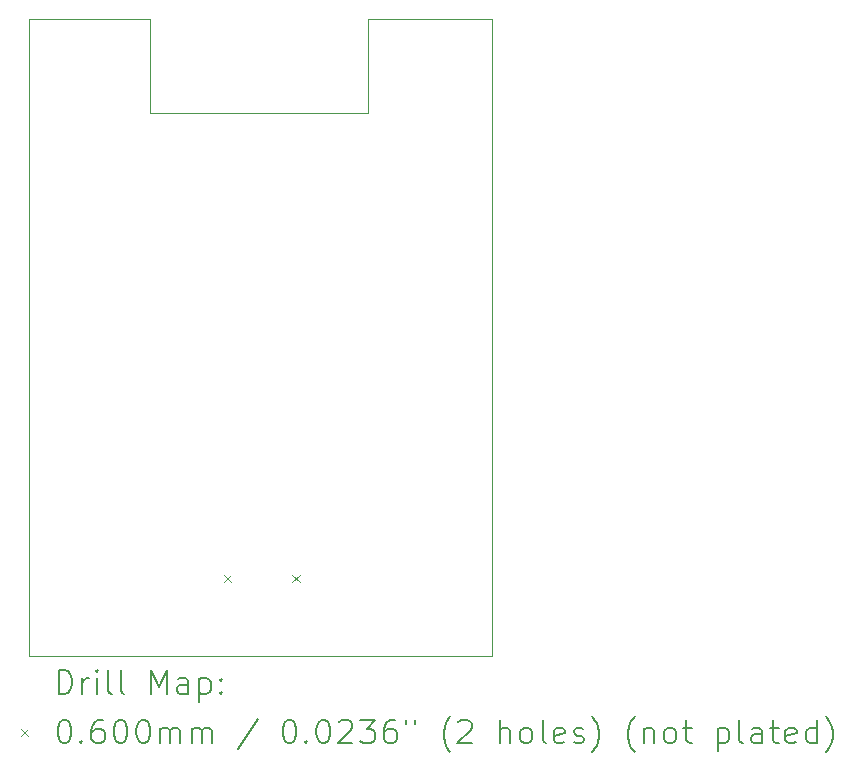
<source format=gbr>
%TF.GenerationSoftware,KiCad,Pcbnew,7.0.9*%
%TF.CreationDate,2024-01-23T00:02:15+01:00*%
%TF.ProjectId,esp32_programmer,65737033-325f-4707-926f-6772616d6d65,rev?*%
%TF.SameCoordinates,Original*%
%TF.FileFunction,Drillmap*%
%TF.FilePolarity,Positive*%
%FSLAX45Y45*%
G04 Gerber Fmt 4.5, Leading zero omitted, Abs format (unit mm)*
G04 Created by KiCad (PCBNEW 7.0.9) date 2024-01-23 00:02:15*
%MOMM*%
%LPD*%
G01*
G04 APERTURE LIST*
%ADD10C,0.100000*%
%ADD11C,0.200000*%
G04 APERTURE END LIST*
D10*
X13625000Y-9100000D02*
X15475000Y-9100000D01*
X15475000Y-8300000D01*
X16525000Y-8300000D01*
X16525000Y-13700000D01*
X12600000Y-13700000D01*
X12600000Y-8300000D01*
X13625000Y-8300000D01*
X13625000Y-9100000D01*
D11*
D10*
X14256000Y-13008500D02*
X14316000Y-13068500D01*
X14316000Y-13008500D02*
X14256000Y-13068500D01*
X14834000Y-13008500D02*
X14894000Y-13068500D01*
X14894000Y-13008500D02*
X14834000Y-13068500D01*
D11*
X12855777Y-14016484D02*
X12855777Y-13816484D01*
X12855777Y-13816484D02*
X12903396Y-13816484D01*
X12903396Y-13816484D02*
X12931967Y-13826008D01*
X12931967Y-13826008D02*
X12951015Y-13845055D01*
X12951015Y-13845055D02*
X12960539Y-13864103D01*
X12960539Y-13864103D02*
X12970062Y-13902198D01*
X12970062Y-13902198D02*
X12970062Y-13930769D01*
X12970062Y-13930769D02*
X12960539Y-13968865D01*
X12960539Y-13968865D02*
X12951015Y-13987912D01*
X12951015Y-13987912D02*
X12931967Y-14006960D01*
X12931967Y-14006960D02*
X12903396Y-14016484D01*
X12903396Y-14016484D02*
X12855777Y-14016484D01*
X13055777Y-14016484D02*
X13055777Y-13883150D01*
X13055777Y-13921246D02*
X13065301Y-13902198D01*
X13065301Y-13902198D02*
X13074824Y-13892674D01*
X13074824Y-13892674D02*
X13093872Y-13883150D01*
X13093872Y-13883150D02*
X13112920Y-13883150D01*
X13179586Y-14016484D02*
X13179586Y-13883150D01*
X13179586Y-13816484D02*
X13170062Y-13826008D01*
X13170062Y-13826008D02*
X13179586Y-13835531D01*
X13179586Y-13835531D02*
X13189110Y-13826008D01*
X13189110Y-13826008D02*
X13179586Y-13816484D01*
X13179586Y-13816484D02*
X13179586Y-13835531D01*
X13303396Y-14016484D02*
X13284348Y-14006960D01*
X13284348Y-14006960D02*
X13274824Y-13987912D01*
X13274824Y-13987912D02*
X13274824Y-13816484D01*
X13408158Y-14016484D02*
X13389110Y-14006960D01*
X13389110Y-14006960D02*
X13379586Y-13987912D01*
X13379586Y-13987912D02*
X13379586Y-13816484D01*
X13636729Y-14016484D02*
X13636729Y-13816484D01*
X13636729Y-13816484D02*
X13703396Y-13959341D01*
X13703396Y-13959341D02*
X13770062Y-13816484D01*
X13770062Y-13816484D02*
X13770062Y-14016484D01*
X13951015Y-14016484D02*
X13951015Y-13911722D01*
X13951015Y-13911722D02*
X13941491Y-13892674D01*
X13941491Y-13892674D02*
X13922443Y-13883150D01*
X13922443Y-13883150D02*
X13884348Y-13883150D01*
X13884348Y-13883150D02*
X13865301Y-13892674D01*
X13951015Y-14006960D02*
X13931967Y-14016484D01*
X13931967Y-14016484D02*
X13884348Y-14016484D01*
X13884348Y-14016484D02*
X13865301Y-14006960D01*
X13865301Y-14006960D02*
X13855777Y-13987912D01*
X13855777Y-13987912D02*
X13855777Y-13968865D01*
X13855777Y-13968865D02*
X13865301Y-13949817D01*
X13865301Y-13949817D02*
X13884348Y-13940293D01*
X13884348Y-13940293D02*
X13931967Y-13940293D01*
X13931967Y-13940293D02*
X13951015Y-13930769D01*
X14046253Y-13883150D02*
X14046253Y-14083150D01*
X14046253Y-13892674D02*
X14065301Y-13883150D01*
X14065301Y-13883150D02*
X14103396Y-13883150D01*
X14103396Y-13883150D02*
X14122443Y-13892674D01*
X14122443Y-13892674D02*
X14131967Y-13902198D01*
X14131967Y-13902198D02*
X14141491Y-13921246D01*
X14141491Y-13921246D02*
X14141491Y-13978388D01*
X14141491Y-13978388D02*
X14131967Y-13997436D01*
X14131967Y-13997436D02*
X14122443Y-14006960D01*
X14122443Y-14006960D02*
X14103396Y-14016484D01*
X14103396Y-14016484D02*
X14065301Y-14016484D01*
X14065301Y-14016484D02*
X14046253Y-14006960D01*
X14227205Y-13997436D02*
X14236729Y-14006960D01*
X14236729Y-14006960D02*
X14227205Y-14016484D01*
X14227205Y-14016484D02*
X14217682Y-14006960D01*
X14217682Y-14006960D02*
X14227205Y-13997436D01*
X14227205Y-13997436D02*
X14227205Y-14016484D01*
X14227205Y-13892674D02*
X14236729Y-13902198D01*
X14236729Y-13902198D02*
X14227205Y-13911722D01*
X14227205Y-13911722D02*
X14217682Y-13902198D01*
X14217682Y-13902198D02*
X14227205Y-13892674D01*
X14227205Y-13892674D02*
X14227205Y-13911722D01*
D10*
X12535000Y-14315000D02*
X12595000Y-14375000D01*
X12595000Y-14315000D02*
X12535000Y-14375000D01*
D11*
X12893872Y-14236484D02*
X12912920Y-14236484D01*
X12912920Y-14236484D02*
X12931967Y-14246008D01*
X12931967Y-14246008D02*
X12941491Y-14255531D01*
X12941491Y-14255531D02*
X12951015Y-14274579D01*
X12951015Y-14274579D02*
X12960539Y-14312674D01*
X12960539Y-14312674D02*
X12960539Y-14360293D01*
X12960539Y-14360293D02*
X12951015Y-14398388D01*
X12951015Y-14398388D02*
X12941491Y-14417436D01*
X12941491Y-14417436D02*
X12931967Y-14426960D01*
X12931967Y-14426960D02*
X12912920Y-14436484D01*
X12912920Y-14436484D02*
X12893872Y-14436484D01*
X12893872Y-14436484D02*
X12874824Y-14426960D01*
X12874824Y-14426960D02*
X12865301Y-14417436D01*
X12865301Y-14417436D02*
X12855777Y-14398388D01*
X12855777Y-14398388D02*
X12846253Y-14360293D01*
X12846253Y-14360293D02*
X12846253Y-14312674D01*
X12846253Y-14312674D02*
X12855777Y-14274579D01*
X12855777Y-14274579D02*
X12865301Y-14255531D01*
X12865301Y-14255531D02*
X12874824Y-14246008D01*
X12874824Y-14246008D02*
X12893872Y-14236484D01*
X13046253Y-14417436D02*
X13055777Y-14426960D01*
X13055777Y-14426960D02*
X13046253Y-14436484D01*
X13046253Y-14436484D02*
X13036729Y-14426960D01*
X13036729Y-14426960D02*
X13046253Y-14417436D01*
X13046253Y-14417436D02*
X13046253Y-14436484D01*
X13227205Y-14236484D02*
X13189110Y-14236484D01*
X13189110Y-14236484D02*
X13170062Y-14246008D01*
X13170062Y-14246008D02*
X13160539Y-14255531D01*
X13160539Y-14255531D02*
X13141491Y-14284103D01*
X13141491Y-14284103D02*
X13131967Y-14322198D01*
X13131967Y-14322198D02*
X13131967Y-14398388D01*
X13131967Y-14398388D02*
X13141491Y-14417436D01*
X13141491Y-14417436D02*
X13151015Y-14426960D01*
X13151015Y-14426960D02*
X13170062Y-14436484D01*
X13170062Y-14436484D02*
X13208158Y-14436484D01*
X13208158Y-14436484D02*
X13227205Y-14426960D01*
X13227205Y-14426960D02*
X13236729Y-14417436D01*
X13236729Y-14417436D02*
X13246253Y-14398388D01*
X13246253Y-14398388D02*
X13246253Y-14350769D01*
X13246253Y-14350769D02*
X13236729Y-14331722D01*
X13236729Y-14331722D02*
X13227205Y-14322198D01*
X13227205Y-14322198D02*
X13208158Y-14312674D01*
X13208158Y-14312674D02*
X13170062Y-14312674D01*
X13170062Y-14312674D02*
X13151015Y-14322198D01*
X13151015Y-14322198D02*
X13141491Y-14331722D01*
X13141491Y-14331722D02*
X13131967Y-14350769D01*
X13370062Y-14236484D02*
X13389110Y-14236484D01*
X13389110Y-14236484D02*
X13408158Y-14246008D01*
X13408158Y-14246008D02*
X13417682Y-14255531D01*
X13417682Y-14255531D02*
X13427205Y-14274579D01*
X13427205Y-14274579D02*
X13436729Y-14312674D01*
X13436729Y-14312674D02*
X13436729Y-14360293D01*
X13436729Y-14360293D02*
X13427205Y-14398388D01*
X13427205Y-14398388D02*
X13417682Y-14417436D01*
X13417682Y-14417436D02*
X13408158Y-14426960D01*
X13408158Y-14426960D02*
X13389110Y-14436484D01*
X13389110Y-14436484D02*
X13370062Y-14436484D01*
X13370062Y-14436484D02*
X13351015Y-14426960D01*
X13351015Y-14426960D02*
X13341491Y-14417436D01*
X13341491Y-14417436D02*
X13331967Y-14398388D01*
X13331967Y-14398388D02*
X13322443Y-14360293D01*
X13322443Y-14360293D02*
X13322443Y-14312674D01*
X13322443Y-14312674D02*
X13331967Y-14274579D01*
X13331967Y-14274579D02*
X13341491Y-14255531D01*
X13341491Y-14255531D02*
X13351015Y-14246008D01*
X13351015Y-14246008D02*
X13370062Y-14236484D01*
X13560539Y-14236484D02*
X13579586Y-14236484D01*
X13579586Y-14236484D02*
X13598634Y-14246008D01*
X13598634Y-14246008D02*
X13608158Y-14255531D01*
X13608158Y-14255531D02*
X13617682Y-14274579D01*
X13617682Y-14274579D02*
X13627205Y-14312674D01*
X13627205Y-14312674D02*
X13627205Y-14360293D01*
X13627205Y-14360293D02*
X13617682Y-14398388D01*
X13617682Y-14398388D02*
X13608158Y-14417436D01*
X13608158Y-14417436D02*
X13598634Y-14426960D01*
X13598634Y-14426960D02*
X13579586Y-14436484D01*
X13579586Y-14436484D02*
X13560539Y-14436484D01*
X13560539Y-14436484D02*
X13541491Y-14426960D01*
X13541491Y-14426960D02*
X13531967Y-14417436D01*
X13531967Y-14417436D02*
X13522443Y-14398388D01*
X13522443Y-14398388D02*
X13512920Y-14360293D01*
X13512920Y-14360293D02*
X13512920Y-14312674D01*
X13512920Y-14312674D02*
X13522443Y-14274579D01*
X13522443Y-14274579D02*
X13531967Y-14255531D01*
X13531967Y-14255531D02*
X13541491Y-14246008D01*
X13541491Y-14246008D02*
X13560539Y-14236484D01*
X13712920Y-14436484D02*
X13712920Y-14303150D01*
X13712920Y-14322198D02*
X13722443Y-14312674D01*
X13722443Y-14312674D02*
X13741491Y-14303150D01*
X13741491Y-14303150D02*
X13770063Y-14303150D01*
X13770063Y-14303150D02*
X13789110Y-14312674D01*
X13789110Y-14312674D02*
X13798634Y-14331722D01*
X13798634Y-14331722D02*
X13798634Y-14436484D01*
X13798634Y-14331722D02*
X13808158Y-14312674D01*
X13808158Y-14312674D02*
X13827205Y-14303150D01*
X13827205Y-14303150D02*
X13855777Y-14303150D01*
X13855777Y-14303150D02*
X13874824Y-14312674D01*
X13874824Y-14312674D02*
X13884348Y-14331722D01*
X13884348Y-14331722D02*
X13884348Y-14436484D01*
X13979586Y-14436484D02*
X13979586Y-14303150D01*
X13979586Y-14322198D02*
X13989110Y-14312674D01*
X13989110Y-14312674D02*
X14008158Y-14303150D01*
X14008158Y-14303150D02*
X14036729Y-14303150D01*
X14036729Y-14303150D02*
X14055777Y-14312674D01*
X14055777Y-14312674D02*
X14065301Y-14331722D01*
X14065301Y-14331722D02*
X14065301Y-14436484D01*
X14065301Y-14331722D02*
X14074824Y-14312674D01*
X14074824Y-14312674D02*
X14093872Y-14303150D01*
X14093872Y-14303150D02*
X14122443Y-14303150D01*
X14122443Y-14303150D02*
X14141491Y-14312674D01*
X14141491Y-14312674D02*
X14151015Y-14331722D01*
X14151015Y-14331722D02*
X14151015Y-14436484D01*
X14541491Y-14226960D02*
X14370063Y-14484103D01*
X14798634Y-14236484D02*
X14817682Y-14236484D01*
X14817682Y-14236484D02*
X14836729Y-14246008D01*
X14836729Y-14246008D02*
X14846253Y-14255531D01*
X14846253Y-14255531D02*
X14855777Y-14274579D01*
X14855777Y-14274579D02*
X14865301Y-14312674D01*
X14865301Y-14312674D02*
X14865301Y-14360293D01*
X14865301Y-14360293D02*
X14855777Y-14398388D01*
X14855777Y-14398388D02*
X14846253Y-14417436D01*
X14846253Y-14417436D02*
X14836729Y-14426960D01*
X14836729Y-14426960D02*
X14817682Y-14436484D01*
X14817682Y-14436484D02*
X14798634Y-14436484D01*
X14798634Y-14436484D02*
X14779586Y-14426960D01*
X14779586Y-14426960D02*
X14770063Y-14417436D01*
X14770063Y-14417436D02*
X14760539Y-14398388D01*
X14760539Y-14398388D02*
X14751015Y-14360293D01*
X14751015Y-14360293D02*
X14751015Y-14312674D01*
X14751015Y-14312674D02*
X14760539Y-14274579D01*
X14760539Y-14274579D02*
X14770063Y-14255531D01*
X14770063Y-14255531D02*
X14779586Y-14246008D01*
X14779586Y-14246008D02*
X14798634Y-14236484D01*
X14951015Y-14417436D02*
X14960539Y-14426960D01*
X14960539Y-14426960D02*
X14951015Y-14436484D01*
X14951015Y-14436484D02*
X14941491Y-14426960D01*
X14941491Y-14426960D02*
X14951015Y-14417436D01*
X14951015Y-14417436D02*
X14951015Y-14436484D01*
X15084348Y-14236484D02*
X15103396Y-14236484D01*
X15103396Y-14236484D02*
X15122444Y-14246008D01*
X15122444Y-14246008D02*
X15131967Y-14255531D01*
X15131967Y-14255531D02*
X15141491Y-14274579D01*
X15141491Y-14274579D02*
X15151015Y-14312674D01*
X15151015Y-14312674D02*
X15151015Y-14360293D01*
X15151015Y-14360293D02*
X15141491Y-14398388D01*
X15141491Y-14398388D02*
X15131967Y-14417436D01*
X15131967Y-14417436D02*
X15122444Y-14426960D01*
X15122444Y-14426960D02*
X15103396Y-14436484D01*
X15103396Y-14436484D02*
X15084348Y-14436484D01*
X15084348Y-14436484D02*
X15065301Y-14426960D01*
X15065301Y-14426960D02*
X15055777Y-14417436D01*
X15055777Y-14417436D02*
X15046253Y-14398388D01*
X15046253Y-14398388D02*
X15036729Y-14360293D01*
X15036729Y-14360293D02*
X15036729Y-14312674D01*
X15036729Y-14312674D02*
X15046253Y-14274579D01*
X15046253Y-14274579D02*
X15055777Y-14255531D01*
X15055777Y-14255531D02*
X15065301Y-14246008D01*
X15065301Y-14246008D02*
X15084348Y-14236484D01*
X15227206Y-14255531D02*
X15236729Y-14246008D01*
X15236729Y-14246008D02*
X15255777Y-14236484D01*
X15255777Y-14236484D02*
X15303396Y-14236484D01*
X15303396Y-14236484D02*
X15322444Y-14246008D01*
X15322444Y-14246008D02*
X15331967Y-14255531D01*
X15331967Y-14255531D02*
X15341491Y-14274579D01*
X15341491Y-14274579D02*
X15341491Y-14293627D01*
X15341491Y-14293627D02*
X15331967Y-14322198D01*
X15331967Y-14322198D02*
X15217682Y-14436484D01*
X15217682Y-14436484D02*
X15341491Y-14436484D01*
X15408158Y-14236484D02*
X15531967Y-14236484D01*
X15531967Y-14236484D02*
X15465301Y-14312674D01*
X15465301Y-14312674D02*
X15493872Y-14312674D01*
X15493872Y-14312674D02*
X15512920Y-14322198D01*
X15512920Y-14322198D02*
X15522444Y-14331722D01*
X15522444Y-14331722D02*
X15531967Y-14350769D01*
X15531967Y-14350769D02*
X15531967Y-14398388D01*
X15531967Y-14398388D02*
X15522444Y-14417436D01*
X15522444Y-14417436D02*
X15512920Y-14426960D01*
X15512920Y-14426960D02*
X15493872Y-14436484D01*
X15493872Y-14436484D02*
X15436729Y-14436484D01*
X15436729Y-14436484D02*
X15417682Y-14426960D01*
X15417682Y-14426960D02*
X15408158Y-14417436D01*
X15703396Y-14236484D02*
X15665301Y-14236484D01*
X15665301Y-14236484D02*
X15646253Y-14246008D01*
X15646253Y-14246008D02*
X15636729Y-14255531D01*
X15636729Y-14255531D02*
X15617682Y-14284103D01*
X15617682Y-14284103D02*
X15608158Y-14322198D01*
X15608158Y-14322198D02*
X15608158Y-14398388D01*
X15608158Y-14398388D02*
X15617682Y-14417436D01*
X15617682Y-14417436D02*
X15627206Y-14426960D01*
X15627206Y-14426960D02*
X15646253Y-14436484D01*
X15646253Y-14436484D02*
X15684348Y-14436484D01*
X15684348Y-14436484D02*
X15703396Y-14426960D01*
X15703396Y-14426960D02*
X15712920Y-14417436D01*
X15712920Y-14417436D02*
X15722444Y-14398388D01*
X15722444Y-14398388D02*
X15722444Y-14350769D01*
X15722444Y-14350769D02*
X15712920Y-14331722D01*
X15712920Y-14331722D02*
X15703396Y-14322198D01*
X15703396Y-14322198D02*
X15684348Y-14312674D01*
X15684348Y-14312674D02*
X15646253Y-14312674D01*
X15646253Y-14312674D02*
X15627206Y-14322198D01*
X15627206Y-14322198D02*
X15617682Y-14331722D01*
X15617682Y-14331722D02*
X15608158Y-14350769D01*
X15798634Y-14236484D02*
X15798634Y-14274579D01*
X15874825Y-14236484D02*
X15874825Y-14274579D01*
X16170063Y-14512674D02*
X16160539Y-14503150D01*
X16160539Y-14503150D02*
X16141491Y-14474579D01*
X16141491Y-14474579D02*
X16131968Y-14455531D01*
X16131968Y-14455531D02*
X16122444Y-14426960D01*
X16122444Y-14426960D02*
X16112920Y-14379341D01*
X16112920Y-14379341D02*
X16112920Y-14341246D01*
X16112920Y-14341246D02*
X16122444Y-14293627D01*
X16122444Y-14293627D02*
X16131968Y-14265055D01*
X16131968Y-14265055D02*
X16141491Y-14246008D01*
X16141491Y-14246008D02*
X16160539Y-14217436D01*
X16160539Y-14217436D02*
X16170063Y-14207912D01*
X16236729Y-14255531D02*
X16246253Y-14246008D01*
X16246253Y-14246008D02*
X16265301Y-14236484D01*
X16265301Y-14236484D02*
X16312920Y-14236484D01*
X16312920Y-14236484D02*
X16331968Y-14246008D01*
X16331968Y-14246008D02*
X16341491Y-14255531D01*
X16341491Y-14255531D02*
X16351015Y-14274579D01*
X16351015Y-14274579D02*
X16351015Y-14293627D01*
X16351015Y-14293627D02*
X16341491Y-14322198D01*
X16341491Y-14322198D02*
X16227206Y-14436484D01*
X16227206Y-14436484D02*
X16351015Y-14436484D01*
X16589110Y-14436484D02*
X16589110Y-14236484D01*
X16674825Y-14436484D02*
X16674825Y-14331722D01*
X16674825Y-14331722D02*
X16665301Y-14312674D01*
X16665301Y-14312674D02*
X16646253Y-14303150D01*
X16646253Y-14303150D02*
X16617682Y-14303150D01*
X16617682Y-14303150D02*
X16598634Y-14312674D01*
X16598634Y-14312674D02*
X16589110Y-14322198D01*
X16798634Y-14436484D02*
X16779587Y-14426960D01*
X16779587Y-14426960D02*
X16770063Y-14417436D01*
X16770063Y-14417436D02*
X16760539Y-14398388D01*
X16760539Y-14398388D02*
X16760539Y-14341246D01*
X16760539Y-14341246D02*
X16770063Y-14322198D01*
X16770063Y-14322198D02*
X16779587Y-14312674D01*
X16779587Y-14312674D02*
X16798634Y-14303150D01*
X16798634Y-14303150D02*
X16827206Y-14303150D01*
X16827206Y-14303150D02*
X16846253Y-14312674D01*
X16846253Y-14312674D02*
X16855777Y-14322198D01*
X16855777Y-14322198D02*
X16865301Y-14341246D01*
X16865301Y-14341246D02*
X16865301Y-14398388D01*
X16865301Y-14398388D02*
X16855777Y-14417436D01*
X16855777Y-14417436D02*
X16846253Y-14426960D01*
X16846253Y-14426960D02*
X16827206Y-14436484D01*
X16827206Y-14436484D02*
X16798634Y-14436484D01*
X16979587Y-14436484D02*
X16960539Y-14426960D01*
X16960539Y-14426960D02*
X16951015Y-14407912D01*
X16951015Y-14407912D02*
X16951015Y-14236484D01*
X17131968Y-14426960D02*
X17112920Y-14436484D01*
X17112920Y-14436484D02*
X17074825Y-14436484D01*
X17074825Y-14436484D02*
X17055777Y-14426960D01*
X17055777Y-14426960D02*
X17046253Y-14407912D01*
X17046253Y-14407912D02*
X17046253Y-14331722D01*
X17046253Y-14331722D02*
X17055777Y-14312674D01*
X17055777Y-14312674D02*
X17074825Y-14303150D01*
X17074825Y-14303150D02*
X17112920Y-14303150D01*
X17112920Y-14303150D02*
X17131968Y-14312674D01*
X17131968Y-14312674D02*
X17141492Y-14331722D01*
X17141492Y-14331722D02*
X17141492Y-14350769D01*
X17141492Y-14350769D02*
X17046253Y-14369817D01*
X17217682Y-14426960D02*
X17236730Y-14436484D01*
X17236730Y-14436484D02*
X17274825Y-14436484D01*
X17274825Y-14436484D02*
X17293873Y-14426960D01*
X17293873Y-14426960D02*
X17303396Y-14407912D01*
X17303396Y-14407912D02*
X17303396Y-14398388D01*
X17303396Y-14398388D02*
X17293873Y-14379341D01*
X17293873Y-14379341D02*
X17274825Y-14369817D01*
X17274825Y-14369817D02*
X17246253Y-14369817D01*
X17246253Y-14369817D02*
X17227206Y-14360293D01*
X17227206Y-14360293D02*
X17217682Y-14341246D01*
X17217682Y-14341246D02*
X17217682Y-14331722D01*
X17217682Y-14331722D02*
X17227206Y-14312674D01*
X17227206Y-14312674D02*
X17246253Y-14303150D01*
X17246253Y-14303150D02*
X17274825Y-14303150D01*
X17274825Y-14303150D02*
X17293873Y-14312674D01*
X17370063Y-14512674D02*
X17379587Y-14503150D01*
X17379587Y-14503150D02*
X17398634Y-14474579D01*
X17398634Y-14474579D02*
X17408158Y-14455531D01*
X17408158Y-14455531D02*
X17417682Y-14426960D01*
X17417682Y-14426960D02*
X17427206Y-14379341D01*
X17427206Y-14379341D02*
X17427206Y-14341246D01*
X17427206Y-14341246D02*
X17417682Y-14293627D01*
X17417682Y-14293627D02*
X17408158Y-14265055D01*
X17408158Y-14265055D02*
X17398634Y-14246008D01*
X17398634Y-14246008D02*
X17379587Y-14217436D01*
X17379587Y-14217436D02*
X17370063Y-14207912D01*
X17731968Y-14512674D02*
X17722444Y-14503150D01*
X17722444Y-14503150D02*
X17703396Y-14474579D01*
X17703396Y-14474579D02*
X17693873Y-14455531D01*
X17693873Y-14455531D02*
X17684349Y-14426960D01*
X17684349Y-14426960D02*
X17674825Y-14379341D01*
X17674825Y-14379341D02*
X17674825Y-14341246D01*
X17674825Y-14341246D02*
X17684349Y-14293627D01*
X17684349Y-14293627D02*
X17693873Y-14265055D01*
X17693873Y-14265055D02*
X17703396Y-14246008D01*
X17703396Y-14246008D02*
X17722444Y-14217436D01*
X17722444Y-14217436D02*
X17731968Y-14207912D01*
X17808158Y-14303150D02*
X17808158Y-14436484D01*
X17808158Y-14322198D02*
X17817682Y-14312674D01*
X17817682Y-14312674D02*
X17836730Y-14303150D01*
X17836730Y-14303150D02*
X17865301Y-14303150D01*
X17865301Y-14303150D02*
X17884349Y-14312674D01*
X17884349Y-14312674D02*
X17893873Y-14331722D01*
X17893873Y-14331722D02*
X17893873Y-14436484D01*
X18017682Y-14436484D02*
X17998634Y-14426960D01*
X17998634Y-14426960D02*
X17989111Y-14417436D01*
X17989111Y-14417436D02*
X17979587Y-14398388D01*
X17979587Y-14398388D02*
X17979587Y-14341246D01*
X17979587Y-14341246D02*
X17989111Y-14322198D01*
X17989111Y-14322198D02*
X17998634Y-14312674D01*
X17998634Y-14312674D02*
X18017682Y-14303150D01*
X18017682Y-14303150D02*
X18046254Y-14303150D01*
X18046254Y-14303150D02*
X18065301Y-14312674D01*
X18065301Y-14312674D02*
X18074825Y-14322198D01*
X18074825Y-14322198D02*
X18084349Y-14341246D01*
X18084349Y-14341246D02*
X18084349Y-14398388D01*
X18084349Y-14398388D02*
X18074825Y-14417436D01*
X18074825Y-14417436D02*
X18065301Y-14426960D01*
X18065301Y-14426960D02*
X18046254Y-14436484D01*
X18046254Y-14436484D02*
X18017682Y-14436484D01*
X18141492Y-14303150D02*
X18217682Y-14303150D01*
X18170063Y-14236484D02*
X18170063Y-14407912D01*
X18170063Y-14407912D02*
X18179587Y-14426960D01*
X18179587Y-14426960D02*
X18198634Y-14436484D01*
X18198634Y-14436484D02*
X18217682Y-14436484D01*
X18436730Y-14303150D02*
X18436730Y-14503150D01*
X18436730Y-14312674D02*
X18455777Y-14303150D01*
X18455777Y-14303150D02*
X18493873Y-14303150D01*
X18493873Y-14303150D02*
X18512920Y-14312674D01*
X18512920Y-14312674D02*
X18522444Y-14322198D01*
X18522444Y-14322198D02*
X18531968Y-14341246D01*
X18531968Y-14341246D02*
X18531968Y-14398388D01*
X18531968Y-14398388D02*
X18522444Y-14417436D01*
X18522444Y-14417436D02*
X18512920Y-14426960D01*
X18512920Y-14426960D02*
X18493873Y-14436484D01*
X18493873Y-14436484D02*
X18455777Y-14436484D01*
X18455777Y-14436484D02*
X18436730Y-14426960D01*
X18646254Y-14436484D02*
X18627206Y-14426960D01*
X18627206Y-14426960D02*
X18617682Y-14407912D01*
X18617682Y-14407912D02*
X18617682Y-14236484D01*
X18808158Y-14436484D02*
X18808158Y-14331722D01*
X18808158Y-14331722D02*
X18798635Y-14312674D01*
X18798635Y-14312674D02*
X18779587Y-14303150D01*
X18779587Y-14303150D02*
X18741492Y-14303150D01*
X18741492Y-14303150D02*
X18722444Y-14312674D01*
X18808158Y-14426960D02*
X18789111Y-14436484D01*
X18789111Y-14436484D02*
X18741492Y-14436484D01*
X18741492Y-14436484D02*
X18722444Y-14426960D01*
X18722444Y-14426960D02*
X18712920Y-14407912D01*
X18712920Y-14407912D02*
X18712920Y-14388865D01*
X18712920Y-14388865D02*
X18722444Y-14369817D01*
X18722444Y-14369817D02*
X18741492Y-14360293D01*
X18741492Y-14360293D02*
X18789111Y-14360293D01*
X18789111Y-14360293D02*
X18808158Y-14350769D01*
X18874825Y-14303150D02*
X18951015Y-14303150D01*
X18903396Y-14236484D02*
X18903396Y-14407912D01*
X18903396Y-14407912D02*
X18912920Y-14426960D01*
X18912920Y-14426960D02*
X18931968Y-14436484D01*
X18931968Y-14436484D02*
X18951015Y-14436484D01*
X19093873Y-14426960D02*
X19074825Y-14436484D01*
X19074825Y-14436484D02*
X19036730Y-14436484D01*
X19036730Y-14436484D02*
X19017682Y-14426960D01*
X19017682Y-14426960D02*
X19008158Y-14407912D01*
X19008158Y-14407912D02*
X19008158Y-14331722D01*
X19008158Y-14331722D02*
X19017682Y-14312674D01*
X19017682Y-14312674D02*
X19036730Y-14303150D01*
X19036730Y-14303150D02*
X19074825Y-14303150D01*
X19074825Y-14303150D02*
X19093873Y-14312674D01*
X19093873Y-14312674D02*
X19103396Y-14331722D01*
X19103396Y-14331722D02*
X19103396Y-14350769D01*
X19103396Y-14350769D02*
X19008158Y-14369817D01*
X19274825Y-14436484D02*
X19274825Y-14236484D01*
X19274825Y-14426960D02*
X19255777Y-14436484D01*
X19255777Y-14436484D02*
X19217682Y-14436484D01*
X19217682Y-14436484D02*
X19198635Y-14426960D01*
X19198635Y-14426960D02*
X19189111Y-14417436D01*
X19189111Y-14417436D02*
X19179587Y-14398388D01*
X19179587Y-14398388D02*
X19179587Y-14341246D01*
X19179587Y-14341246D02*
X19189111Y-14322198D01*
X19189111Y-14322198D02*
X19198635Y-14312674D01*
X19198635Y-14312674D02*
X19217682Y-14303150D01*
X19217682Y-14303150D02*
X19255777Y-14303150D01*
X19255777Y-14303150D02*
X19274825Y-14312674D01*
X19351016Y-14512674D02*
X19360539Y-14503150D01*
X19360539Y-14503150D02*
X19379587Y-14474579D01*
X19379587Y-14474579D02*
X19389111Y-14455531D01*
X19389111Y-14455531D02*
X19398635Y-14426960D01*
X19398635Y-14426960D02*
X19408158Y-14379341D01*
X19408158Y-14379341D02*
X19408158Y-14341246D01*
X19408158Y-14341246D02*
X19398635Y-14293627D01*
X19398635Y-14293627D02*
X19389111Y-14265055D01*
X19389111Y-14265055D02*
X19379587Y-14246008D01*
X19379587Y-14246008D02*
X19360539Y-14217436D01*
X19360539Y-14217436D02*
X19351016Y-14207912D01*
M02*

</source>
